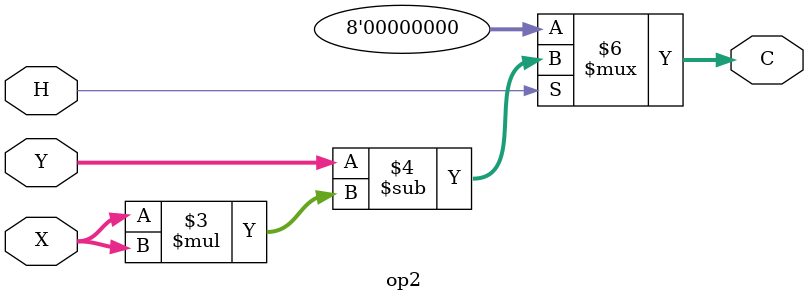
<source format=v>
`timescale 1ns / 1ps


module op2(
    input [3:0] X,Y,
    input H,
    output reg [7:0] C
    );
    
    always@*
        begin
            if (H == 1'b1)
                C = Y - X * X;
            else
                C = 8'b00000000;
        end
endmodule

</source>
